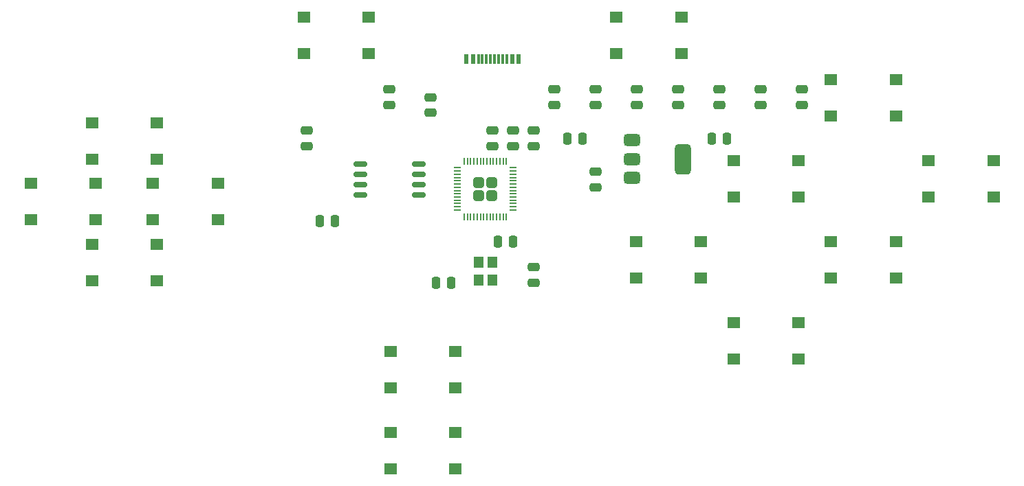
<source format=gbr>
%TF.GenerationSoftware,KiCad,Pcbnew,9.0.0-9.0.0-2~ubuntu24.04.1*%
%TF.CreationDate,2025-03-18T17:56:42+01:00*%
%TF.ProjectId,omnicontroller,6f6d6e69-636f-46e7-9472-6f6c6c65722e,rev?*%
%TF.SameCoordinates,Original*%
%TF.FileFunction,Paste,Top*%
%TF.FilePolarity,Positive*%
%FSLAX46Y46*%
G04 Gerber Fmt 4.6, Leading zero omitted, Abs format (unit mm)*
G04 Created by KiCad (PCBNEW 9.0.0-9.0.0-2~ubuntu24.04.1) date 2025-03-18 17:56:42*
%MOMM*%
%LPD*%
G01*
G04 APERTURE LIST*
G04 Aperture macros list*
%AMRoundRect*
0 Rectangle with rounded corners*
0 $1 Rounding radius*
0 $2 $3 $4 $5 $6 $7 $8 $9 X,Y pos of 4 corners*
0 Add a 4 corners polygon primitive as box body*
4,1,4,$2,$3,$4,$5,$6,$7,$8,$9,$2,$3,0*
0 Add four circle primitives for the rounded corners*
1,1,$1+$1,$2,$3*
1,1,$1+$1,$4,$5*
1,1,$1+$1,$6,$7*
1,1,$1+$1,$8,$9*
0 Add four rect primitives between the rounded corners*
20,1,$1+$1,$2,$3,$4,$5,0*
20,1,$1+$1,$4,$5,$6,$7,0*
20,1,$1+$1,$6,$7,$8,$9,0*
20,1,$1+$1,$8,$9,$2,$3,0*%
G04 Aperture macros list end*
%ADD10RoundRect,0.162500X-0.650000X-0.162500X0.650000X-0.162500X0.650000X0.162500X-0.650000X0.162500X0*%
%ADD11R,0.600000X1.240000*%
%ADD12R,0.300000X1.240000*%
%ADD13RoundRect,0.250000X0.475000X-0.250000X0.475000X0.250000X-0.475000X0.250000X-0.475000X-0.250000X0*%
%ADD14R,1.200000X1.400000*%
%ADD15R,1.600000X1.400000*%
%ADD16RoundRect,0.250000X-0.475000X0.250000X-0.475000X-0.250000X0.475000X-0.250000X0.475000X0.250000X0*%
%ADD17RoundRect,0.250000X-0.250000X-0.475000X0.250000X-0.475000X0.250000X0.475000X-0.250000X0.475000X0*%
%ADD18RoundRect,0.249999X-0.395001X-0.395001X0.395001X-0.395001X0.395001X0.395001X-0.395001X0.395001X0*%
%ADD19RoundRect,0.050000X-0.387500X-0.050000X0.387500X-0.050000X0.387500X0.050000X-0.387500X0.050000X0*%
%ADD20RoundRect,0.050000X-0.050000X-0.387500X0.050000X-0.387500X0.050000X0.387500X-0.050000X0.387500X0*%
%ADD21RoundRect,0.250000X0.250000X0.475000X-0.250000X0.475000X-0.250000X-0.475000X0.250000X-0.475000X0*%
%ADD22RoundRect,0.375000X-0.625000X-0.375000X0.625000X-0.375000X0.625000X0.375000X-0.625000X0.375000X0*%
%ADD23RoundRect,0.500000X-0.500000X-1.400000X0.500000X-1.400000X0.500000X1.400000X-0.500000X1.400000X0*%
G04 APERTURE END LIST*
D10*
%TO.C,U3*%
X100552500Y-66675000D03*
X100552500Y-67945000D03*
X100552500Y-69215000D03*
X100552500Y-70485000D03*
X107727500Y-70485000D03*
X107727500Y-69215000D03*
X107727500Y-67945000D03*
X107727500Y-66675000D03*
%TD*%
D11*
%TO.C,J1*%
X120040000Y-53725000D03*
X119240000Y-53725000D03*
D12*
X118090000Y-53725000D03*
X117090000Y-53725000D03*
X116590000Y-53725000D03*
X115590000Y-53725000D03*
D11*
X114440000Y-53725000D03*
X113640000Y-53725000D03*
X113640000Y-53725000D03*
X114440000Y-53725000D03*
D12*
X115090000Y-53725000D03*
X116090000Y-53725000D03*
X117590000Y-53725000D03*
X118590000Y-53725000D03*
D11*
X119240000Y-53725000D03*
X120040000Y-53725000D03*
%TD*%
D13*
%TO.C,C8*%
X149860000Y-59370000D03*
X149860000Y-57470000D03*
%TD*%
%TO.C,C6*%
X139700000Y-59370000D03*
X139700000Y-57470000D03*
%TD*%
D14*
%TO.C,Y1*%
X115140000Y-78740000D03*
X115140000Y-80940000D03*
X116840000Y-80940000D03*
X116840000Y-78740000D03*
%TD*%
D15*
%TO.C,LEFT1*%
X60000000Y-69050000D03*
X68000000Y-69050000D03*
X60000000Y-73550000D03*
X68000000Y-73550000D03*
%TD*%
D13*
%TO.C,C1*%
X129540000Y-69530000D03*
X129540000Y-67630000D03*
%TD*%
D15*
%TO.C,A1*%
X146500000Y-86250000D03*
X154500000Y-86250000D03*
X146500000Y-90750000D03*
X154500000Y-90750000D03*
%TD*%
D16*
%TO.C,R1*%
X116840000Y-62550000D03*
X116840000Y-64450000D03*
%TD*%
D15*
%TO.C,Credit1*%
X93600000Y-48550000D03*
X101600000Y-48550000D03*
X93600000Y-53050000D03*
X101600000Y-53050000D03*
%TD*%
%TO.C,B1*%
X158500000Y-76250000D03*
X166500000Y-76250000D03*
X158500000Y-80750000D03*
X166500000Y-80750000D03*
%TD*%
%TO.C,SEL1*%
X104250000Y-89750000D03*
X112250000Y-89750000D03*
X104250000Y-94250000D03*
X112250000Y-94250000D03*
%TD*%
D17*
%TO.C,C10*%
X126050000Y-63500000D03*
X127950000Y-63500000D03*
%TD*%
D15*
%TO.C,X1*%
X134500000Y-76250000D03*
X142500000Y-76250000D03*
X134500000Y-80750000D03*
X142500000Y-80750000D03*
%TD*%
D13*
%TO.C,C13*%
X109220000Y-60320000D03*
X109220000Y-58420000D03*
%TD*%
D15*
%TO.C,RIGHT1*%
X75000000Y-69050000D03*
X83000000Y-69050000D03*
X75000000Y-73550000D03*
X83000000Y-73550000D03*
%TD*%
D18*
%TO.C,U1*%
X115142500Y-68935000D03*
X115142500Y-70535000D03*
X116742500Y-68935000D03*
X116742500Y-70535000D03*
D19*
X112505000Y-67135000D03*
X112505000Y-67535000D03*
X112505000Y-67935000D03*
X112505000Y-68335000D03*
X112505000Y-68735000D03*
X112505000Y-69135000D03*
X112505000Y-69535000D03*
X112505000Y-69935000D03*
X112505000Y-70335000D03*
X112505000Y-70735000D03*
X112505000Y-71135000D03*
X112505000Y-71535000D03*
X112505000Y-71935000D03*
X112505000Y-72335000D03*
D20*
X113342500Y-73172500D03*
X113742500Y-73172500D03*
X114142500Y-73172500D03*
X114542500Y-73172500D03*
X114942500Y-73172500D03*
X115342500Y-73172500D03*
X115742500Y-73172500D03*
X116142500Y-73172500D03*
X116542500Y-73172500D03*
X116942500Y-73172500D03*
X117342500Y-73172500D03*
X117742500Y-73172500D03*
X118142500Y-73172500D03*
X118542500Y-73172500D03*
D19*
X119380000Y-72335000D03*
X119380000Y-71935000D03*
X119380000Y-71535000D03*
X119380000Y-71135000D03*
X119380000Y-70735000D03*
X119380000Y-70335000D03*
X119380000Y-69935000D03*
X119380000Y-69535000D03*
X119380000Y-69135000D03*
X119380000Y-68735000D03*
X119380000Y-68335000D03*
X119380000Y-67935000D03*
X119380000Y-67535000D03*
X119380000Y-67135000D03*
D20*
X118542500Y-66297500D03*
X118142500Y-66297500D03*
X117742500Y-66297500D03*
X117342500Y-66297500D03*
X116942500Y-66297500D03*
X116542500Y-66297500D03*
X116142500Y-66297500D03*
X115742500Y-66297500D03*
X115342500Y-66297500D03*
X114942500Y-66297500D03*
X114542500Y-66297500D03*
X114142500Y-66297500D03*
X113742500Y-66297500D03*
X113342500Y-66297500D03*
%TD*%
D13*
%TO.C,C5*%
X134620000Y-59370000D03*
X134620000Y-57470000D03*
%TD*%
%TO.C,C7*%
X144780000Y-59370000D03*
X144780000Y-57470000D03*
%TD*%
D15*
%TO.C,DOWN1*%
X67500000Y-76550000D03*
X75500000Y-76550000D03*
X67500000Y-81050000D03*
X75500000Y-81050000D03*
%TD*%
D21*
%TO.C,C14*%
X97470000Y-73660000D03*
X95570000Y-73660000D03*
%TD*%
D13*
%TO.C,C4*%
X129540000Y-59370000D03*
X129540000Y-57470000D03*
%TD*%
%TO.C,C16*%
X121920000Y-81280000D03*
X121920000Y-79380000D03*
%TD*%
D15*
%TO.C,Y2*%
X146500000Y-66250000D03*
X154500000Y-66250000D03*
X146500000Y-70750000D03*
X154500000Y-70750000D03*
%TD*%
D16*
%TO.C,R2*%
X119380000Y-62550000D03*
X119380000Y-64450000D03*
%TD*%
D13*
%TO.C,C9*%
X154940000Y-59370000D03*
X154940000Y-57470000D03*
%TD*%
%TO.C,C3*%
X124460000Y-59370000D03*
X124460000Y-57470000D03*
%TD*%
D15*
%TO.C,START1*%
X104250000Y-99750000D03*
X112250000Y-99750000D03*
X104250000Y-104250000D03*
X112250000Y-104250000D03*
%TD*%
D22*
%TO.C,U2*%
X134010000Y-63740000D03*
X134010000Y-66040000D03*
D23*
X140310000Y-66040000D03*
D22*
X134010000Y-68340000D03*
%TD*%
D21*
%TO.C,R4*%
X119380000Y-76200000D03*
X117480000Y-76200000D03*
%TD*%
D15*
%TO.C,UP1*%
X67500000Y-61550000D03*
X75500000Y-61550000D03*
X67500000Y-66050000D03*
X75500000Y-66050000D03*
%TD*%
%TO.C,Menu1*%
X132080000Y-48550000D03*
X140080000Y-48550000D03*
X132080000Y-53050000D03*
X140080000Y-53050000D03*
%TD*%
D13*
%TO.C,C12*%
X104140000Y-59370000D03*
X104140000Y-57470000D03*
%TD*%
D21*
%TO.C,C2*%
X145730000Y-63500000D03*
X143830000Y-63500000D03*
%TD*%
D15*
%TO.C,bC1*%
X170500000Y-66250000D03*
X178500000Y-66250000D03*
X170500000Y-70750000D03*
X178500000Y-70750000D03*
%TD*%
D13*
%TO.C,C11*%
X121920000Y-64450000D03*
X121920000Y-62550000D03*
%TD*%
D17*
%TO.C,C15*%
X109860000Y-81280000D03*
X111760000Y-81280000D03*
%TD*%
D16*
%TO.C,R3*%
X93980000Y-62550000D03*
X93980000Y-64450000D03*
%TD*%
D15*
%TO.C,Z1*%
X158500000Y-56250000D03*
X166500000Y-56250000D03*
X158500000Y-60750000D03*
X166500000Y-60750000D03*
%TD*%
M02*

</source>
